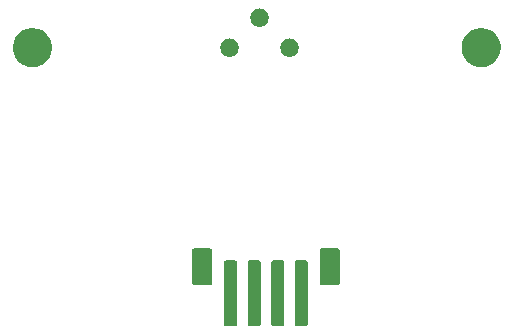
<source format=gbr>
G04 #@! TF.GenerationSoftware,KiCad,Pcbnew,(5.1.2)-2*
G04 #@! TF.CreationDate,2020-01-30T12:43:26+01:00*
G04 #@! TF.ProjectId,SteeringAngleSensor,53746565-7269-46e6-9741-6e676c655365,rev?*
G04 #@! TF.SameCoordinates,Original*
G04 #@! TF.FileFunction,Soldermask,Top*
G04 #@! TF.FilePolarity,Negative*
%FSLAX45Y45*%
G04 Gerber Fmt 4.5, Leading zero omitted, Abs format (unit mm)*
G04 Created by KiCad (PCBNEW (5.1.2)-2) date 2020-01-30 12:43:26*
%MOMM*%
%LPD*%
G04 APERTURE LIST*
%ADD10C,0.100000*%
G04 APERTURE END LIST*
D10*
G36*
X14115563Y-10801589D02*
G01*
X14119548Y-10802797D01*
X14123220Y-10804760D01*
X14126439Y-10807401D01*
X14129080Y-10810620D01*
X14131043Y-10814292D01*
X14132251Y-10818277D01*
X14132720Y-10823034D01*
X14132720Y-11339406D01*
X14132251Y-11344163D01*
X14131043Y-11348148D01*
X14129080Y-11351820D01*
X14126439Y-11355039D01*
X14123220Y-11357680D01*
X14119548Y-11359643D01*
X14115563Y-11360851D01*
X14110806Y-11361320D01*
X14044434Y-11361320D01*
X14039677Y-11360851D01*
X14035692Y-11359643D01*
X14032020Y-11357680D01*
X14028801Y-11355039D01*
X14026160Y-11351820D01*
X14024197Y-11348148D01*
X14022989Y-11344163D01*
X14022520Y-11339406D01*
X14022520Y-10823034D01*
X14022989Y-10818277D01*
X14024197Y-10814292D01*
X14026160Y-10810620D01*
X14028801Y-10807401D01*
X14032020Y-10804760D01*
X14035692Y-10802797D01*
X14039677Y-10801589D01*
X14044434Y-10801120D01*
X14110806Y-10801120D01*
X14115563Y-10801589D01*
X14115563Y-10801589D01*
G37*
G36*
X13915563Y-10801589D02*
G01*
X13919548Y-10802797D01*
X13923220Y-10804760D01*
X13926439Y-10807401D01*
X13929080Y-10810620D01*
X13931043Y-10814292D01*
X13932251Y-10818277D01*
X13932720Y-10823034D01*
X13932720Y-11339406D01*
X13932251Y-11344163D01*
X13931043Y-11348148D01*
X13929080Y-11351820D01*
X13926439Y-11355039D01*
X13923220Y-11357680D01*
X13919548Y-11359643D01*
X13915563Y-11360851D01*
X13910806Y-11361320D01*
X13844434Y-11361320D01*
X13839677Y-11360851D01*
X13835692Y-11359643D01*
X13832020Y-11357680D01*
X13828801Y-11355039D01*
X13826160Y-11351820D01*
X13824197Y-11348148D01*
X13822989Y-11344163D01*
X13822520Y-11339406D01*
X13822520Y-10823034D01*
X13822989Y-10818277D01*
X13824197Y-10814292D01*
X13826160Y-10810620D01*
X13828801Y-10807401D01*
X13832020Y-10804760D01*
X13835692Y-10802797D01*
X13839677Y-10801589D01*
X13844434Y-10801120D01*
X13910806Y-10801120D01*
X13915563Y-10801589D01*
X13915563Y-10801589D01*
G37*
G36*
X13715563Y-10801589D02*
G01*
X13719548Y-10802797D01*
X13723220Y-10804760D01*
X13726439Y-10807401D01*
X13729080Y-10810620D01*
X13731043Y-10814292D01*
X13732251Y-10818277D01*
X13732720Y-10823034D01*
X13732720Y-11339406D01*
X13732251Y-11344163D01*
X13731043Y-11348148D01*
X13729080Y-11351820D01*
X13726439Y-11355039D01*
X13723220Y-11357680D01*
X13719548Y-11359643D01*
X13715563Y-11360851D01*
X13710806Y-11361320D01*
X13644434Y-11361320D01*
X13639677Y-11360851D01*
X13635692Y-11359643D01*
X13632020Y-11357680D01*
X13628801Y-11355039D01*
X13626160Y-11351820D01*
X13624197Y-11348148D01*
X13622989Y-11344163D01*
X13622520Y-11339406D01*
X13622520Y-10823034D01*
X13622989Y-10818277D01*
X13624197Y-10814292D01*
X13626160Y-10810620D01*
X13628801Y-10807401D01*
X13632020Y-10804760D01*
X13635692Y-10802797D01*
X13639677Y-10801589D01*
X13644434Y-10801120D01*
X13710806Y-10801120D01*
X13715563Y-10801589D01*
X13715563Y-10801589D01*
G37*
G36*
X14315563Y-10801589D02*
G01*
X14319548Y-10802797D01*
X14323220Y-10804760D01*
X14326439Y-10807401D01*
X14329080Y-10810620D01*
X14331043Y-10814292D01*
X14332251Y-10818277D01*
X14332720Y-10823034D01*
X14332720Y-11339406D01*
X14332251Y-11344163D01*
X14331043Y-11348148D01*
X14329080Y-11351820D01*
X14326439Y-11355039D01*
X14323220Y-11357680D01*
X14319548Y-11359643D01*
X14315563Y-11360851D01*
X14310806Y-11361320D01*
X14244434Y-11361320D01*
X14239677Y-11360851D01*
X14235692Y-11359643D01*
X14232020Y-11357680D01*
X14228801Y-11355039D01*
X14226160Y-11351820D01*
X14224197Y-11348148D01*
X14222989Y-11344163D01*
X14222520Y-11339406D01*
X14222520Y-10823034D01*
X14222989Y-10818277D01*
X14224197Y-10814292D01*
X14226160Y-10810620D01*
X14228801Y-10807401D01*
X14232020Y-10804760D01*
X14235692Y-10802797D01*
X14239677Y-10801589D01*
X14244434Y-10801120D01*
X14310806Y-10801120D01*
X14315563Y-10801589D01*
X14315563Y-10801589D01*
G37*
G36*
X14588220Y-10701525D02*
G01*
X14591585Y-10702546D01*
X14594686Y-10704204D01*
X14597405Y-10706435D01*
X14599636Y-10709154D01*
X14601294Y-10712255D01*
X14602315Y-10715620D01*
X14602720Y-10719734D01*
X14602720Y-10992706D01*
X14602315Y-10996820D01*
X14601294Y-11000185D01*
X14599636Y-11003287D01*
X14597405Y-11006005D01*
X14594686Y-11008236D01*
X14591585Y-11009894D01*
X14588220Y-11010915D01*
X14584106Y-11011320D01*
X14451134Y-11011320D01*
X14447020Y-11010915D01*
X14443655Y-11009894D01*
X14440553Y-11008236D01*
X14437835Y-11006005D01*
X14435604Y-11003287D01*
X14433946Y-11000185D01*
X14432925Y-10996820D01*
X14432520Y-10992706D01*
X14432520Y-10719734D01*
X14432925Y-10715620D01*
X14433946Y-10712255D01*
X14435604Y-10709154D01*
X14437835Y-10706435D01*
X14440553Y-10704204D01*
X14443655Y-10702546D01*
X14447020Y-10701525D01*
X14451134Y-10701120D01*
X14584106Y-10701120D01*
X14588220Y-10701525D01*
X14588220Y-10701525D01*
G37*
G36*
X13508220Y-10701525D02*
G01*
X13511585Y-10702546D01*
X13514686Y-10704204D01*
X13517405Y-10706435D01*
X13519636Y-10709154D01*
X13521294Y-10712255D01*
X13522315Y-10715620D01*
X13522720Y-10719734D01*
X13522720Y-10992706D01*
X13522315Y-10996820D01*
X13521294Y-11000185D01*
X13519636Y-11003287D01*
X13517405Y-11006005D01*
X13514686Y-11008236D01*
X13511585Y-11009894D01*
X13508220Y-11010915D01*
X13504106Y-11011320D01*
X13371134Y-11011320D01*
X13367020Y-11010915D01*
X13363655Y-11009894D01*
X13360553Y-11008236D01*
X13357835Y-11006005D01*
X13355604Y-11003287D01*
X13353946Y-11000185D01*
X13352925Y-10996820D01*
X13352520Y-10992706D01*
X13352520Y-10719734D01*
X13352925Y-10715620D01*
X13353946Y-10712255D01*
X13355604Y-10709154D01*
X13357835Y-10706435D01*
X13360553Y-10704204D01*
X13363655Y-10702546D01*
X13367020Y-10701525D01*
X13371134Y-10701120D01*
X13504106Y-10701120D01*
X13508220Y-10701525D01*
X13508220Y-10701525D01*
G37*
G36*
X12037526Y-8839130D02*
G01*
X12048158Y-8841245D01*
X12078204Y-8853690D01*
X12105245Y-8871759D01*
X12128241Y-8894755D01*
X12146310Y-8921796D01*
X12158345Y-8950852D01*
X12158755Y-8951842D01*
X12165100Y-8983739D01*
X12165100Y-9016261D01*
X12163861Y-9022489D01*
X12158755Y-9048158D01*
X12146310Y-9078204D01*
X12128241Y-9105245D01*
X12105245Y-9128242D01*
X12078204Y-9146310D01*
X12048158Y-9158755D01*
X12037526Y-9160870D01*
X12016261Y-9165100D01*
X11983739Y-9165100D01*
X11962474Y-9160870D01*
X11951842Y-9158755D01*
X11921796Y-9146310D01*
X11894755Y-9128242D01*
X11871758Y-9105245D01*
X11853690Y-9078204D01*
X11841245Y-9048158D01*
X11836139Y-9022489D01*
X11834900Y-9016261D01*
X11834900Y-8983739D01*
X11841245Y-8951842D01*
X11841655Y-8950852D01*
X11853690Y-8921796D01*
X11871758Y-8894755D01*
X11894755Y-8871759D01*
X11921796Y-8853690D01*
X11951842Y-8841245D01*
X11962474Y-8839130D01*
X11983739Y-8834900D01*
X12016261Y-8834900D01*
X12037526Y-8839130D01*
X12037526Y-8839130D01*
G37*
G36*
X15837526Y-8839130D02*
G01*
X15848158Y-8841245D01*
X15878204Y-8853690D01*
X15905245Y-8871759D01*
X15928241Y-8894755D01*
X15946310Y-8921796D01*
X15958345Y-8950852D01*
X15958755Y-8951842D01*
X15965100Y-8983739D01*
X15965100Y-9016261D01*
X15963861Y-9022489D01*
X15958755Y-9048158D01*
X15946310Y-9078204D01*
X15928241Y-9105245D01*
X15905245Y-9128242D01*
X15878204Y-9146310D01*
X15848158Y-9158755D01*
X15837526Y-9160870D01*
X15816261Y-9165100D01*
X15783739Y-9165100D01*
X15762474Y-9160870D01*
X15751842Y-9158755D01*
X15721796Y-9146310D01*
X15694755Y-9128242D01*
X15671758Y-9105245D01*
X15653690Y-9078204D01*
X15641245Y-9048158D01*
X15636139Y-9022489D01*
X15634900Y-9016261D01*
X15634900Y-8983739D01*
X15641245Y-8951842D01*
X15641655Y-8950852D01*
X15653690Y-8921796D01*
X15671758Y-8894755D01*
X15694755Y-8871759D01*
X15721796Y-8853690D01*
X15751842Y-8841245D01*
X15762474Y-8839130D01*
X15783739Y-8834900D01*
X15816261Y-8834900D01*
X15837526Y-8839130D01*
X15837526Y-8839130D01*
G37*
G36*
X13681559Y-8923888D02*
G01*
X13691489Y-8925863D01*
X13705521Y-8931675D01*
X13718148Y-8940113D01*
X13728887Y-8950852D01*
X13737325Y-8963479D01*
X13743137Y-8977511D01*
X13746100Y-8992406D01*
X13746100Y-9007594D01*
X13743137Y-9022489D01*
X13737325Y-9036521D01*
X13728887Y-9049148D01*
X13718148Y-9059888D01*
X13705521Y-9068325D01*
X13691489Y-9074137D01*
X13681559Y-9076112D01*
X13676594Y-9077100D01*
X13661406Y-9077100D01*
X13656441Y-9076112D01*
X13646511Y-9074137D01*
X13632479Y-9068325D01*
X13619852Y-9059888D01*
X13609112Y-9049148D01*
X13600675Y-9036521D01*
X13594863Y-9022489D01*
X13591900Y-9007594D01*
X13591900Y-8992406D01*
X13594863Y-8977511D01*
X13600675Y-8963479D01*
X13609112Y-8950852D01*
X13619852Y-8940113D01*
X13632479Y-8931675D01*
X13646511Y-8925863D01*
X13656441Y-8923888D01*
X13661406Y-8922900D01*
X13676594Y-8922900D01*
X13681559Y-8923888D01*
X13681559Y-8923888D01*
G37*
G36*
X14189559Y-8923888D02*
G01*
X14199489Y-8925863D01*
X14213521Y-8931675D01*
X14226148Y-8940113D01*
X14236887Y-8950852D01*
X14245325Y-8963479D01*
X14251137Y-8977511D01*
X14254100Y-8992406D01*
X14254100Y-9007594D01*
X14251137Y-9022489D01*
X14245325Y-9036521D01*
X14236887Y-9049148D01*
X14226148Y-9059888D01*
X14213521Y-9068325D01*
X14199489Y-9074137D01*
X14189559Y-9076112D01*
X14184594Y-9077100D01*
X14169406Y-9077100D01*
X14164441Y-9076112D01*
X14154511Y-9074137D01*
X14140479Y-9068325D01*
X14127852Y-9059888D01*
X14117112Y-9049148D01*
X14108675Y-9036521D01*
X14102863Y-9022489D01*
X14099900Y-9007594D01*
X14099900Y-8992406D01*
X14102863Y-8977511D01*
X14108675Y-8963479D01*
X14117112Y-8950852D01*
X14127852Y-8940113D01*
X14140479Y-8931675D01*
X14154511Y-8925863D01*
X14164441Y-8923888D01*
X14169406Y-8922900D01*
X14184594Y-8922900D01*
X14189559Y-8923888D01*
X14189559Y-8923888D01*
G37*
G36*
X13935559Y-8669888D02*
G01*
X13945489Y-8671863D01*
X13959521Y-8677675D01*
X13972148Y-8686113D01*
X13982887Y-8696852D01*
X13991325Y-8709479D01*
X13997137Y-8723511D01*
X14000100Y-8738406D01*
X14000100Y-8753594D01*
X13997137Y-8768489D01*
X13991325Y-8782521D01*
X13982887Y-8795148D01*
X13972148Y-8805888D01*
X13959521Y-8814325D01*
X13945489Y-8820137D01*
X13935559Y-8822112D01*
X13930594Y-8823100D01*
X13915406Y-8823100D01*
X13910441Y-8822112D01*
X13900511Y-8820137D01*
X13886479Y-8814325D01*
X13873852Y-8805888D01*
X13863112Y-8795148D01*
X13854675Y-8782521D01*
X13848863Y-8768489D01*
X13845900Y-8753594D01*
X13845900Y-8738406D01*
X13848863Y-8723511D01*
X13854675Y-8709479D01*
X13863112Y-8696852D01*
X13873852Y-8686113D01*
X13886479Y-8677675D01*
X13900511Y-8671863D01*
X13910441Y-8669888D01*
X13915406Y-8668900D01*
X13930594Y-8668900D01*
X13935559Y-8669888D01*
X13935559Y-8669888D01*
G37*
M02*

</source>
